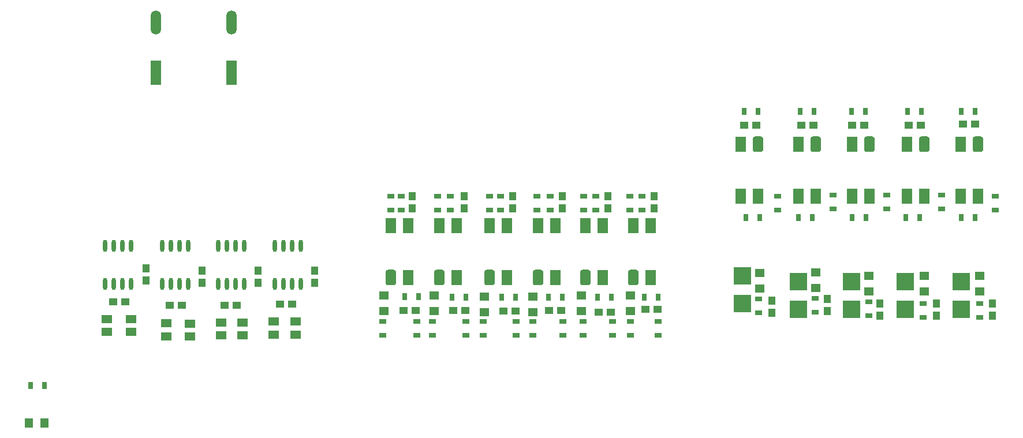
<source format=gtp>
G04*
G04 #@! TF.GenerationSoftware,Altium Limited,Altium Designer,20.1.12 (249)*
G04*
G04 Layer_Color=8421504*
%FSTAX24Y24*%
%MOIN*%
G70*
G04*
G04 #@! TF.SameCoordinates,50E87493-BE94-4217-AE32-DCF7016E3123*
G04*
G04*
G04 #@! TF.FilePolarity,Positive*
G04*
G01*
G75*
%ADD24R,0.0315X0.0433*%
%ADD25R,0.0500X0.0550*%
%ADD26R,0.0472X0.0433*%
%ADD27R,0.0591X0.0512*%
%ADD28R,0.0433X0.0472*%
%ADD29O,0.0236X0.0709*%
%ADD30R,0.0591X0.1400*%
%ADD31O,0.0591X0.1400*%
%ADD32R,0.0550X0.0500*%
%ADD33R,0.0433X0.0315*%
%ADD34R,0.0630X0.0900*%
G04:AMPARAMS|DCode=35|XSize=90mil|YSize=63mil|CornerRadius=15.7mil|HoleSize=0mil|Usage=FLASHONLY|Rotation=90.000|XOffset=0mil|YOffset=0mil|HoleType=Round|Shape=RoundedRectangle|*
%AMROUNDEDRECTD35*
21,1,0.0900,0.0315,0,0,90.0*
21,1,0.0585,0.0630,0,0,90.0*
1,1,0.0315,0.0157,0.0293*
1,1,0.0315,0.0157,-0.0293*
1,1,0.0315,-0.0157,-0.0293*
1,1,0.0315,-0.0157,0.0293*
%
%ADD35ROUNDEDRECTD35*%
%ADD36R,0.1024X0.0984*%
D24*
X00985Y0112D02*
D03*
X01065D02*
D03*
X03975Y0163D02*
D03*
X04055D02*
D03*
X03705D02*
D03*
X03785D02*
D03*
X0342D02*
D03*
X035D02*
D03*
X03145Y01635D02*
D03*
X03225D02*
D03*
X0453Y0163D02*
D03*
X0461D02*
D03*
X0426D02*
D03*
X0434D02*
D03*
X0612Y0209D02*
D03*
X0604D02*
D03*
X058092D02*
D03*
X057292D02*
D03*
X05195D02*
D03*
X05115D02*
D03*
X05725Y02705D02*
D03*
X05805D02*
D03*
X0543D02*
D03*
X0551D02*
D03*
X0605D02*
D03*
X0613D02*
D03*
X05105D02*
D03*
X05185D02*
D03*
X0636D02*
D03*
X0644D02*
D03*
X055Y0209D02*
D03*
X0542D02*
D03*
X0644D02*
D03*
X0636D02*
D03*
D25*
X00975Y00905D02*
D03*
X01065D02*
D03*
D26*
X02425Y0159D02*
D03*
X02495D02*
D03*
X0314Y01555D02*
D03*
X0321D02*
D03*
X03425D02*
D03*
X03495D02*
D03*
X03715Y0155D02*
D03*
X03785D02*
D03*
X0398Y01555D02*
D03*
X0405D02*
D03*
X04265Y01545D02*
D03*
X04335D02*
D03*
X051745Y02625D02*
D03*
X051045D02*
D03*
X05505D02*
D03*
X05435D02*
D03*
X0644Y0263D02*
D03*
X0637D02*
D03*
X06125Y02625D02*
D03*
X06055D02*
D03*
X058D02*
D03*
X0573D02*
D03*
X04535Y0156D02*
D03*
X04605D02*
D03*
X02105Y01585D02*
D03*
X02175D02*
D03*
X0179D02*
D03*
X0186D02*
D03*
X014612Y016026D02*
D03*
X015312D02*
D03*
D27*
X02515Y01415D02*
D03*
Y014898D02*
D03*
X0239Y014152D02*
D03*
Y0149D02*
D03*
X0221Y0141D02*
D03*
Y014848D02*
D03*
X014262Y014302D02*
D03*
Y01505D02*
D03*
X02085Y0141D02*
D03*
Y014848D02*
D03*
X01905Y014026D02*
D03*
Y014774D02*
D03*
X0177Y01405D02*
D03*
Y014798D02*
D03*
X015662Y014302D02*
D03*
Y01505D02*
D03*
D28*
X02625Y01715D02*
D03*
Y01785D02*
D03*
X0589Y01525D02*
D03*
Y01595D02*
D03*
X04585Y02215D02*
D03*
Y02145D02*
D03*
X0432Y02215D02*
D03*
Y02145D02*
D03*
X04055Y02215D02*
D03*
Y02145D02*
D03*
X0377Y02215D02*
D03*
Y02145D02*
D03*
X0349Y02215D02*
D03*
Y02145D02*
D03*
X0319Y02215D02*
D03*
Y02145D02*
D03*
X06215Y01525D02*
D03*
Y01595D02*
D03*
X0654Y01525D02*
D03*
Y01595D02*
D03*
X05585Y0155D02*
D03*
Y0162D02*
D03*
X05265Y0154D02*
D03*
Y0161D02*
D03*
X023Y01715D02*
D03*
Y01785D02*
D03*
X01975Y01715D02*
D03*
Y01785D02*
D03*
X016512Y017276D02*
D03*
Y017976D02*
D03*
D29*
X02395Y017064D02*
D03*
X02445D02*
D03*
X02545D02*
D03*
X02395Y019288D02*
D03*
X02445D02*
D03*
X02495D02*
D03*
X02545D02*
D03*
X02495Y017064D02*
D03*
X0207D02*
D03*
X0212D02*
D03*
X0222D02*
D03*
X0207Y019288D02*
D03*
X0212D02*
D03*
X0217D02*
D03*
X0222D02*
D03*
X0217Y017064D02*
D03*
X01745D02*
D03*
X01795D02*
D03*
X01895D02*
D03*
X01745Y019288D02*
D03*
X01795D02*
D03*
X01845D02*
D03*
X01895D02*
D03*
X01845Y017064D02*
D03*
X014162D02*
D03*
X014662D02*
D03*
X015662D02*
D03*
X014162Y019288D02*
D03*
X014662D02*
D03*
X015162D02*
D03*
X015662D02*
D03*
X015162Y017064D02*
D03*
D30*
X017088Y029282D02*
D03*
X021445D02*
D03*
D31*
X017088Y032182D02*
D03*
X021445D02*
D03*
D32*
X06465Y01755D02*
D03*
Y01665D02*
D03*
X06145D02*
D03*
Y01755D02*
D03*
X05825Y01665D02*
D03*
Y01755D02*
D03*
X0552Y01685D02*
D03*
Y01775D02*
D03*
X05195Y0168D02*
D03*
Y0177D02*
D03*
X03025Y0164D02*
D03*
Y0155D02*
D03*
X03315Y0164D02*
D03*
Y0155D02*
D03*
X03605Y01635D02*
D03*
Y01545D02*
D03*
X0445Y0164D02*
D03*
Y0155D02*
D03*
X03885Y01635D02*
D03*
Y01545D02*
D03*
X04165Y0164D02*
D03*
Y0155D02*
D03*
D33*
X04515Y022145D02*
D03*
Y021345D02*
D03*
X04445Y022145D02*
D03*
Y021345D02*
D03*
X0425Y02215D02*
D03*
Y02135D02*
D03*
X0418Y022145D02*
D03*
Y021345D02*
D03*
X03985Y02215D02*
D03*
Y02135D02*
D03*
X0391Y02215D02*
D03*
Y02135D02*
D03*
X037Y02215D02*
D03*
Y02135D02*
D03*
X03635Y022145D02*
D03*
Y021345D02*
D03*
X0341Y02215D02*
D03*
Y02135D02*
D03*
X03335Y02215D02*
D03*
Y02135D02*
D03*
X03125Y02215D02*
D03*
Y02135D02*
D03*
X03065Y022145D02*
D03*
Y021345D02*
D03*
X04345Y0141D02*
D03*
Y0149D02*
D03*
X04175Y0141D02*
D03*
Y0149D02*
D03*
X0406Y0141D02*
D03*
Y0149D02*
D03*
X03885Y0141D02*
D03*
Y0149D02*
D03*
X0379Y0141D02*
D03*
Y0149D02*
D03*
X036Y0141D02*
D03*
Y0149D02*
D03*
X035Y0141D02*
D03*
Y0149D02*
D03*
X03305Y0141D02*
D03*
Y0149D02*
D03*
X03215Y0141D02*
D03*
Y0149D02*
D03*
X0302Y0141D02*
D03*
Y0149D02*
D03*
X0614Y01595D02*
D03*
Y01515D02*
D03*
X053Y02215D02*
D03*
Y02135D02*
D03*
X0593Y0222D02*
D03*
Y0214D02*
D03*
X05515Y01625D02*
D03*
Y01545D02*
D03*
X06465Y01595D02*
D03*
Y01515D02*
D03*
X06555Y02215D02*
D03*
Y02135D02*
D03*
X06245Y0222D02*
D03*
Y0214D02*
D03*
X0519Y0162D02*
D03*
Y0154D02*
D03*
X05825Y01605D02*
D03*
Y01525D02*
D03*
X0562Y0222D02*
D03*
Y0214D02*
D03*
X0445Y0141D02*
D03*
Y0149D02*
D03*
X0461Y0141D02*
D03*
Y0149D02*
D03*
D34*
X04465Y02045D02*
D03*
X04565D02*
D03*
Y01745D02*
D03*
X0419Y02045D02*
D03*
X0429D02*
D03*
Y01745D02*
D03*
X03915Y02045D02*
D03*
X04015D02*
D03*
Y01745D02*
D03*
X03635Y02045D02*
D03*
X03735D02*
D03*
Y01745D02*
D03*
X03345Y02045D02*
D03*
X03445D02*
D03*
Y01745D02*
D03*
X03065Y02045D02*
D03*
X03165D02*
D03*
Y01745D02*
D03*
X06145Y02215D02*
D03*
X06045D02*
D03*
Y02515D02*
D03*
X0583Y02215D02*
D03*
X0573D02*
D03*
Y02515D02*
D03*
X0552Y02215D02*
D03*
X0542D02*
D03*
Y02515D02*
D03*
X05185Y02215D02*
D03*
X05085D02*
D03*
Y02515D02*
D03*
X06455Y02215D02*
D03*
X06355D02*
D03*
Y02515D02*
D03*
D35*
X04465Y01745D02*
D03*
X0419D02*
D03*
X03915D02*
D03*
X03635D02*
D03*
X03345D02*
D03*
X03065D02*
D03*
X06145Y02515D02*
D03*
X0583D02*
D03*
X0552D02*
D03*
X05185D02*
D03*
X06455D02*
D03*
D36*
X0636Y0156D02*
D03*
Y0172D02*
D03*
X05725Y0156D02*
D03*
Y0172D02*
D03*
X0542Y0156D02*
D03*
Y0172D02*
D03*
X06035Y0156D02*
D03*
Y0172D02*
D03*
X05095Y01595D02*
D03*
Y01755D02*
D03*
M02*

</source>
